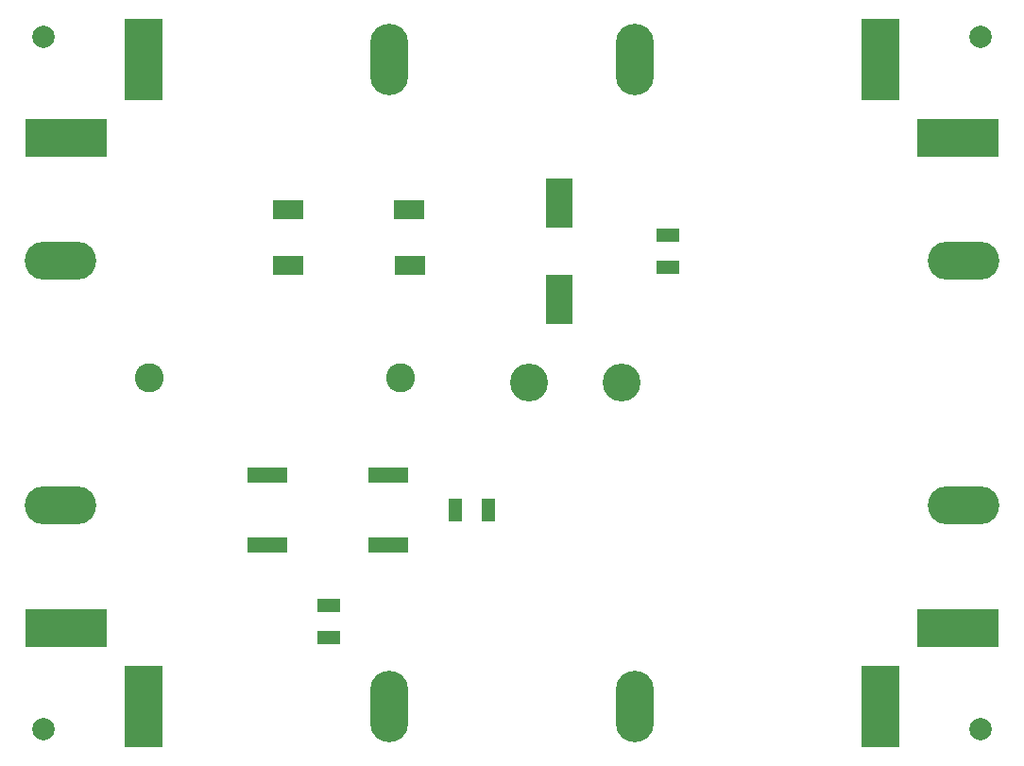
<source format=gts>
G04 #@! TF.FileFunction,Soldermask,Top*
%FSLAX46Y46*%
G04 Gerber Fmt 4.6, Leading zero omitted, Abs format (unit mm)*
G04 Created by KiCad (PCBNEW 4.0.1-stable) date 9.10.2016. 16:00:34*
%MOMM*%
G01*
G04 APERTURE LIST*
%ADD10C,0.100000*%
%ADD11R,1.300000X2.100000*%
%ADD12R,3.600000X1.400000*%
%ADD13O,6.400000X3.400000*%
%ADD14O,3.400000X6.400000*%
%ADD15R,7.400000X3.400000*%
%ADD16R,3.400000X7.400000*%
%ADD17C,2.000000*%
%ADD18C,2.600000*%
%ADD19R,2.800000X1.800000*%
%ADD20R,2.100000X1.300000*%
%ADD21C,3.400000*%
%ADD22R,2.400000X4.500000*%
G04 APERTURE END LIST*
D10*
D11*
X141850000Y-98400000D03*
X138950000Y-98400000D03*
D12*
X122100000Y-95300000D03*
X122100000Y-101500000D03*
D13*
X184500000Y-98000000D03*
X103500000Y-76000000D03*
X103500000Y-98000000D03*
X184500000Y-76000000D03*
D14*
X133000000Y-58000000D03*
X155000000Y-58000000D03*
X133000000Y-116000000D03*
X155000000Y-116000000D03*
D15*
X104000000Y-65000000D03*
X104000000Y-109000000D03*
X184000000Y-65000000D03*
X184000000Y-109000000D03*
D16*
X111000000Y-58000000D03*
X177000000Y-58000000D03*
X111000000Y-116000000D03*
X177000000Y-116000000D03*
D17*
X102000000Y-118000000D03*
X186000000Y-118000000D03*
X186000000Y-56000000D03*
X102000000Y-56000000D03*
D18*
X134000000Y-86500000D03*
X111500000Y-86500000D03*
D19*
X134900000Y-76500000D03*
X134800000Y-71500000D03*
X123900000Y-76500000D03*
X123900000Y-71500000D03*
D20*
X127600000Y-109850000D03*
X127600000Y-106950000D03*
D12*
X132900000Y-95300000D03*
X132900000Y-101500000D03*
D20*
X158000000Y-73750000D03*
X158000000Y-76650000D03*
D21*
X145500000Y-87000000D03*
X153800000Y-87000000D03*
D22*
X148200000Y-70850000D03*
X148200000Y-79550000D03*
M02*

</source>
